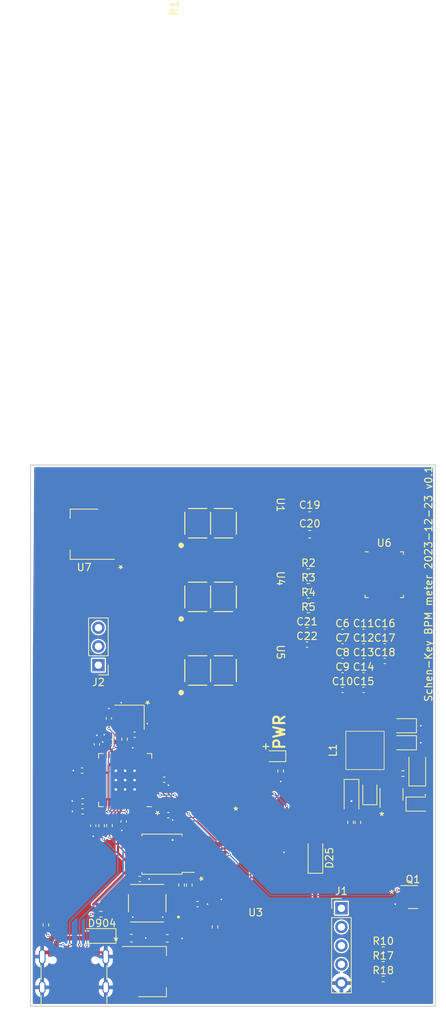
<source format=kicad_pcb>
(kicad_pcb (version 20221018) (generator pcbnew)
  (title_block (title "Schen-Key BPM meter") (date "2023-12-23") (rev "0.1"))
  (layers (0 "F.Cu" signal) (31 "B.Cu" signal) (34 "B.Paste" user) (35 "F.Paste" user) (36 "B.SilkS" user "B.Silkscreen") (37 "F.SilkS" user "F.Silkscreen") (38 "B.Mask" user) (39 "F.Mask" user) (44 "Edge.Cuts" user))
  (net 0 "")
  (net 1 "+5V")
  (net 2 "+1V1")
  (net 3 "/cpu/XIN")
  (net 4 "/cpu/USB_D+")
  (net 5 "/cpu/USB_D-")
  (net 6 "GND")
  (net 7 "/cpu/QSPI_SS")
  (net 8 "/cpu/XOUT")
  (net 9 "/cpu/QSPI_SD3")
  (net 10 "/cpu/QSPI_SCLK")
  (net 11 "/cpu/QSPI_SD0")
  (net 12 "/cpu/QSPI_SD2")
  (net 13 "/cpu/QSPI_SD1")
  (net 14 "+3V3")
  (net 15 "Net-(C910-Pad1)")
  (net 16 "Net-(D901-K)")
  (net 17 "Net-(J901-CC1)")
  (net 19 "Net-(J901-CC2)")
  (net 21 "Net-(U901-USB-DP)")
  (net 22 "Net-(U901-USB-DM)")
  (net 23 "Net-(J1-Pin_3)")
  (net 24 "beat_od")
  (net 25 "+3.3VP")
  (net 28 "Net-(SW901-A)")
  (net 29 "Net-(D904-A)")
  (net 30 "Net-(U2-BST)")
  (net 31 "Net-(D24-K)")
  (net 32 "Net-(D25-A)")
  (net 33 "Net-(U6-VCAP)")
  (net 34 "Net-(U2-EN)")
  (net 35 "Net-(U2-FB)")
  (net 36 "Net-(J2-Pin_1)")
  (net 37 "Net-(J2-Pin_2)")
  (net 38 "Net-(J2-Pin_3)")
  (net 39 "Net-(U6-IREF)")
  (net 40 "scl")
  (net 41 "sda")
  (net 42 "en")
  (net 43 "+14V")
  (net 44 "Net-(Q1-G)")
  (net 45 "Net-(J1-Pin_2)")
  (net 63 "unconnected-(U901-GPIO26{slash}ADC0-Pad38)")
  (net 64 "unconnected-(U901-GPIO27{slash}ADC1-Pad39)")
  (net 65 "unconnected-(U901-GPIO28{slash}ADC2-Pad40)")
  (net 66 "unconnected-(U901-GPIO29{slash}ADC3-Pad41)")
  (net 67 "unconnected-(U901-GPIO8-Pad11)")
  (net 68 "unconnected-(U901-GPIO9-Pad12)")
  (net 69 "unconnected-(U901-GPIO10-Pad13)")
  (net 70 "unconnected-(U901-GPIO11-Pad14)")
  (net 71 "unconnected-(U901-GPIO15-Pad18)")
  (net 74 "unconnected-(U901-GPIO18-Pad29)")
  (net 75 "unconnected-(U901-GPIO19-Pad30)")
  (net 76 "unconnected-(U901-GPIO20-Pad31)")
  (net 78 "unconnected-(U901-GPIO22-Pad34)")
  (net 79 "unconnected-(U901-GPIO23-Pad35)")
  (net 80 "Net-(R1-Pad1)")
  (net 81 "Net-(U1-A)")
  (net 82 "Net-(U1-B)")
  (net 83 "Net-(U1-C)")
  (net 84 "Net-(U1-D)")
  (net 85 "Net-(U1-E)")
  (net 86 "Net-(U1-F)")
  (net 87 "Net-(U1-G)")
  (net 88 "Net-(U1-DP)")
  (net 89 "Net-(U4-A)")
  (net 90 "Net-(U4-B)")
  (net 91 "Net-(U4-C)")
  (net 92 "Net-(U4-D)")
  (net 93 "Net-(U4-E)")
  (net 94 "Net-(U4-F)")
  (net 95 "Net-(U4-G)")
  (net 96 "Net-(U4-DP)")
  (net 97 "Net-(U5-A)")
  (net 98 "Net-(U5-B)")
  (net 99 "Net-(U5-C)")
  (net 100 "Net-(U5-D)")
  (net 101 "Net-(U5-E)")
  (net 102 "Net-(U5-F)")
  (net 103 "Net-(U5-G)")
  (net 104 "Net-(U5-DP)")
  (net 105 "Net-(J1-Pin_4)")
  (net 107 "beat_opto")
  (footprint "Resistor_SMD:R_0402_1005Metric_Pad0.72x0.64mm_HandSolder" (layer "F.Cu") (at 107.985 100.5685 90)
    (fp_text reference "R905" hide)
    (fp_text value "470R")
  )
  (footprint "00_project_library:SOT-223-3_TabPin2" (layer "F.Cu") (at 81.29 68.4)
    (fp_text reference "U7")
    (fp_text value "AMS1117-3.3")
  )
  (footprint "00_project_library:SLS0391" (layer "F.Cu") (at 98.46 66.91)
    (fp_text reference "U1")
    (fp_text value "SLS0391FR1A1GD")
  )
  (footprint "00_project_library:L_MODBUS" (layer "F.Cu") (at 119.542 97.7634 90)
    (fp_text reference "L1")
    (fp_text value "22uH")
  )
  (footprint "Resistor_SMD:R_0402_1005Metric_Pad0.72x0.64mm_HandSolder" (layer "F.Cu") (at 118.4752 107.5414 90)
    (fp_text reference "R13" hide)
    (fp_text value "10k")
  )
  (footprint "Capacitor_SMD:C_0402_1005Metric" (layer "F.Cu") (at 119.26 89.55)
    (fp_text reference "C15")
    (fp_text value "1u")
  )
  (footprint "00_project_library:LED_0603_1608Metric" (layer "F.Cu") (at 107.1976 98.5498 180)
    (fp_text reference "D901" hide)
    (fp_text value "LED GREEN")
  )
  (footprint "Diode_SMD:D_1206_3216Metric" (layer "F.Cu") (at 126.5524 100.3024 90)
    (fp_text reference "C1" hide)
    (fp_text value "4u7 50V")
  )
  (footprint "Diode_SMD:D_0805_2012Metric" (layer "F.Cu") (at 126.7038 105.0522)
    (fp_text reference "C2" hide)
    (fp_text value "100n 50V")
  )
  (footprint "Capacitor_SMD:C_0603_1608Metric" (layer "F.Cu") (at 87.6904 123.264)
    (fp_text reference "C901" hide)
    (fp_text value "10u")
  )
  (footprint "Capacitor_SMD:C_0402_1005Metric_Pad0.74x0.62mm_HandSolder" (layer "F.Cu") (at 82.5088 107.9986 -90)
    (fp_text reference "C904" hide)
    (fp_text value "100n")
  )
  (footprint "Capacitor_SMD:C_0603_1608Metric" (layer "F.Cu") (at 111.935 68.4)
    (fp_text reference "C20")
    (fp_text value "10u")
  )
  (footprint "Capacitor_SMD:C_0402_1005Metric" (layer "F.Cu") (at 119.26 83.64)
    (fp_text reference "C12")
    (fp_text value "1u")
  )
  (footprint "Resistor_SMD:R_0402_1005Metric_Pad0.72x0.64mm_HandSolder" (layer "F.Cu") (at 111.7575 77.46)
    (fp_text reference "R4")
    (fp_text value "4k7")
  )
  (footprint "Resistor_SMD:R_0402_1005Metric_Pad0.72x0.64mm_HandSolder" (layer "F.Cu") (at 121.9175 126.82)
    (fp_text reference "R17")
    (fp_text value "10k")
  )
  (footprint "Capacitor_SMD:C_0402_1005Metric_Pad0.74x0.62mm_HandSolder" (layer "F.Cu") (at 96.682 118.6412)
    (fp_text reference "C906" hide)
    (fp_text value "1u")
  )
  (footprint "Diode_SMD:D_0805_2012Metric" (layer "F.Cu") (at 120.1008 103.452 90)
    (fp_text reference "C3" hide)
    (fp_text value "100n 50V")
  )
  (footprint "00_project_library:SOP-6-2.54mm" (layer "F.Cu") (at 106.08 124.28)
    (fp_text reference "U3")
    (fp_text value "H11L1")
  )
  (footprint "Capacitor_SMD:C_0402_1005Metric_Pad0.74x0.62mm_HandSolder" (layer "F.Cu") (at 81.061 106.0428 180)
    (fp_text reference "C914" hide)
    (fp_text value "100n")
  )
  (footprint "Package_DFN_QFN:VQFN-46-1EP_5x6mm_P0.4mm_EP2.8x3.8mm" (layer "F.Cu") (at 122.06 73.9025)
    (fp_text reference "U6")
    (fp_text value "LP5030")
  )
  (footprint "Capacitor_SMD:C_0402_1005Metric_Pad0.74x0.62mm_HandSolder" (layer "F.Cu") (at 84.6424 93.419 90)
    (fp_text reference "C905" hide)
    (fp_text value "1u")
  )
  (footprint "Capacitor_SMD:C_0402_1005Metric" (layer "F.Cu") (at 122.13 85.61)
    (fp_text reference "C18")
    (fp_text value "100n")
  )
  (footprint "00_project_library:SW_TS-1187A-B-A-B" (layer "F.Cu") (at 89.8494 118.5142 180)
    (fp_text reference "SW901" hide)
    (fp_text value "SW_MEC_5E")
  )
  (footprint "Resistor_SMD:R_0402_1005Metric_Pad0.72x0.64mm_HandSolder" (layer "F.Cu") (at 121.9175 124.83)
    (fp_text reference "R10")
    (fp_text value "4k7")
  )
  (footprint "Capacitor_SMD:C_0402_1005Metric_Pad0.74x0.62mm_HandSolder" (layer "F.Cu") (at 85.125 96.6194 180)
    (fp_text reference "C908" hide)
    (fp_text value "100n")
  )
  (footprint "Resistor_SMD:R_0402_1005Metric_Pad0.72x0.64mm_HandSolder" (layer "F.Cu") (at 124.5966 100.912 180)
    (fp_text reference "R11" hide)
    (fp_text value "100k")
  )
  (footprint "00_project_library:SLS0391" (layer "F.Cu") (at 98.46 86.91)
    (fp_text reference "U5")
    (fp_text value "SLS0391FR1A1GD")
  )
  (footprint "Capacitor_SMD:C_0603_1608Metric" (layer "F.Cu") (at 111.935 65.86)
    (fp_text reference "C19")
    (fp_text value "10u")
  )
  (footprint "00_project_library:SOT-223-3_TabPin2" (layer "F.Cu") (at 90.55 127.8 180)
    (fp_text reference "U902" hide)
    (fp_text value "AMS1117-3.3")
  )
  (footprint "Capacitor_SMD:C_0402_1005Metric" (layer "F.Cu") (at 116.39 83.64)
    (fp_text reference "C7")
    (fp_text value "100n")
  )
  (footprint "Capacitor_SMD:C_0402_1005Metric_Pad0.74x0.62mm_HandSolder" (layer "F.Cu") (at 86.649 107.4144 -90)
    (fp_text reference "C903" hide)
    (fp_text value "100n")
  )
  (footprint "00_project_library:USB_C_Receptacle_Palconn_UTC16-G" (layer "F.Cu") (at 79.9 127.7)
    (fp_text reference "J901" hide)
    (fp_text value "USB_C_Receptacle_USB2.0")
  )
  (footprint "Capacitor_SMD:C_0402_1005Metric" (layer "F.Cu") (at 122.13 83.64)
    (fp_text reference "C17")
    (fp_text value "100n")
  )
  (footprint "Resistor_SMD:R_0402_1005Metric_Pad0.72x0.64mm_HandSolder" (layer "F.Cu") (at 76.0826 121.4606 90)
    (fp_text reference "R901" hide)
    (fp_text value "5.1K")
  )
  (footprint "Resistor_SMD:R_0402_1005Metric_Pad0.72x0.64mm_HandSolder" (layer "F.Cu") (at 117.4846 107.5414 90)
    (fp_text reference "R12" hide)
    (fp_text value "56k")
  )
  (footprint "Diode_SMD:D_SOD-123" (layer "F.Cu") (at 112.7094 112.088 90)
    (fp_text reference "D25")
    (fp_text value "B5819W SL")
  )
  (footprint "Resistor_SMD:R_0402_1005Metric_Pad0.72x0.64mm_HandSolder" (layer "F.Cu") (at 86.776 96.2384 90)
    (fp_text reference "R908" hide)
    (fp_text value "1k")
  )
  (footprint "Diode_SMD:D_0805_2012Metric" (layer "F.Cu") (at 124.749 96.722 180)
    (fp_text reference "C4" hide)
    (fp_text value "10u 25V")
  )
  (footprint "Resistor_SMD:R_0402_1005Metric_Pad0.72x0.64mm_HandSolder" (layer "F.Cu") (at 94.523 116.0504 90)
    (fp_text reference "R906" hide)
    (fp_text value "1K")
  )
  (footprint "Resistor_SMD:R_0402_1005Metric_Pad0.72x0.64mm_HandSolder" (layer "F.Cu") (at 99.0575 121.74 -90)
    (fp_text reference "R1")
    (fp_text value "4k7")
  )
  (footprint "Connector_PinHeader_2.54mm:PinHeader_1x05_P2.54mm_Vertical" (layer "F.Cu") (at 116.24 119.2)
    (fp_text reference "J1")
    (fp_text value "Conn_01x05_Pin")
  )
  (footprint "Resistor_SMD:R_0402_1005Metric_Pad0.72x0.64mm_HandSolder" (layer "F.Cu") (at 84.7186 107.9732 90)
    (fp_text reference "R903" hide)
    (fp_text value "27R")
  )
  (footprint "Capacitor_SMD:C_0402_1005Metric_Pad0.74x0.62mm_HandSolder" (layer "F.Cu") (at 81 100.5 180)
    (fp_text reference "C915" hide)
    (fp_text value "100n")
  )
  (footprint "Capacitor_SMD:C_0402_1005Metric_Pad0.74x0.62mm_HandSolder" (layer "F.Cu") (at 83.0168 96.9496 90)
    (fp_text reference "C907" hide)
    (fp_text value "100n")
  )
  (footprint "00_project_library:Crystal_SMD_3225-4Pin_3.2x2.5mm" (layer "F.Cu") (at 87.4364 93.2666 180)
    (fp_text reference "Y901" hide)
    (fp_text value "Crystal_GND24_Small")
  )
  (footprint "Resistor_SMD:R_0402_1005Metric_Pad0.72x0.64mm_HandSolder" (layer "F.Cu") (at 121.9175 128.81)
    (fp_text reference "R18")
    (fp_text value "10k")
  )
  (footprint "Resistor_SMD:R_0402_1005Metric_Pad0.72x0.64mm_HandSolder" (layer "F.Cu") (at 95.5644 116.0504 90)
    (fp_text reference "R907" hide)
    (fp_text value "10K")
  )
  (footprint "Capacitor_SMD:C_0402_1005Metric" (layer "F.Cu") (at 119.26 87.58)
    (fp_text reference "C14")
    (fp_text value "100n")
  )
  (footprint "Resistor_SMD:R_0402_1005Metric_Pad0.72x0.64mm_HandSolder" (layer "F.Cu") (at 111.7575 73.48)
    (fp_text reference "R2")
    (fp_text value "4k7")
  )
  (footprint "Capacitor_SMD:C_0402_1005Metric_Pad0.74x0.62mm_HandSolder" (layer "F.Cu") (at 81.061 104.6712 180)
    (fp_text reference "C913" hide)
    (fp_text value "100n")
  )
  (footprint "Package_TO_SOT_SMD:SOT-23" (layer "F.Cu") (at 125.9682 117.676)
    (fp_text reference "Q1")
    (fp_text value "AO3400A")
  )
  (footprint "Capacitor_SMD:C_0402_1005Metric" (layer "F.Cu") (at 111.5675 81.43)
    (fp_text reference "C21")
    (fp_text value "1u")
  )
  (footprint "Resistor_SMD:R_0402_1005Metric_Pad0.72x0.64mm_HandSolder" (layer "F.Cu") (at 83.6518 107.9986 90)
    (fp_text reference "R904" hide)
    (fp_text value "27R")
  )
  (footprint "00_project_library:SLS0391" (layer "F.Cu") (at 98.46 76.91)
    (fp_text reference "U4")
    (fp_text value "SLS0391FR1A1GD")
  )
  (footprint "Capacitor_SMD:C_0603_1608Metric" (layer "F.Cu") (at 92.5672 123.2894)
    (fp_text reference "C902" hide)
    (fp_text value "10u")
  )
  (footprint "Capacitor_SMD:C_0402_1005Metric" (layer "F.Cu") (at 88.1476 95.6288)
    (fp_text reference "C909" hide)
    (fp_text value "30p")
  )
  (footprint "Connector_PinHeader_2.54mm:PinHeader_1x03_P2.54mm_Vertical" (layer "F.Cu") (at 83.22 86.18 180)
    (fp_text reference "J2")
    (fp_text value "Conn_01x03_Pin")
  )
  (footprint "Capacitor_SMD:C_0402_1005Metric" (layer "F.Cu") (at 111.5675 83.4)
    (fp_text reference "C22")
    (fp_text value "1u")
  )
  (footprint "Package_TO_SOT_SMD:SOT-23-6" (layer "F.Cu") (at 123.0472 103.7324 90)
    (fp_text reference "U2" hide)
    (fp_text value "AOZ1282CI")
  )
  (footprint "Capacitor_SMD:C_0402_1005Metric" (layer "F.Cu") (at 116.39 87.58)
    (fp_text reference "C9")
    (fp_text value "100n")
  )
  (footprint "Capacitor_SMD:C_0402_1005Metric" (layer "F.Cu") (at 85.3028 95.6288 180)
    (fp_text reference "C910" hide)
    (fp_text value "30p")
  )
  (footprint "Diode_SMD:D_SOD-123" (layer "F.Cu") (at 83.2454 122.9592 180)
    (fp_text reference "D904")
    (fp_text value "B5819W SL")
  )
  (footprint "Capacitor_SMD:C_0402_1005Metric" (layer "F.Cu") (at 116.39 85.61)
    (fp_text reference "C8")
    (fp_text value "1u")
  )
  (footprint "Capacitor_SMD:C_0402_1005Metric_Pad0.74x0.62mm_HandSolder" (layer "F.Cu") (at 92.1608 101.7502)
    (fp_text reference "C911" hide)
    (fp_text value "100n")
  )
  (footprint "Diode_SMD:D_SOD-123" (layer "F.Cu") (at 117.6116 104.0626 -90)
    (fp_text reference "D24" hide)
    (fp_text value "B5819W SL")
  )
  (footprint "Resistor_SMD:R_0402_1005Metric_Pad0.72x0.64mm_HandSolder" (layer "F.Cu") (at 111.7575 79.45)
    (fp_text reference "R5")
    (fp_text value "4k7")
  )
  (footprint "Capacitor_SMD:C_0402_1005Metric" (layer "F.Cu") (at 119.26 81.67)
    (fp_text reference "C11")
    (fp_text value "1u")
  )
  (footprint "00_project_library:SOIC-8_5.23x5.23mm_P1.27mm" (layer "F.Cu") (at 91.856 111.8594 90)
    (fp_text reference "U903" hide)
    (fp_text value "W25Q128JVS")
  )
  (footprint "Capacitor_SMD:C_0402_1005Metric" (layer "F.Cu") (at 122.13 81.67)
    (fp_text reference "C16")
    (fp_text value "1u")
  )
  (footprint "Capacitor_SMD:C_0402_1005Metric_Pad0.74x0.62mm_HandSolder" (layer "F.Cu") (at 88.8247 115.2122)
    (fp_text reference "C912" hide)
    (fp_text value "100n")
  )
  (footprint "Capacitor_SMD:C_0402_1005Metric_Pad0.74x0.62mm_HandSolder" (layer "F.Cu") (at 92.7196 106.5508)
    (fp_text reference "C916" hide)
    (fp_text value "100n")
  )
  (footprint "Capacitor_SMD:C_0402_1005Metric" (layer "F.Cu") (at 119.26 85.61)
    (fp_text reference "C13")
    (fp_text value "100n")
  )
  (footprint "Resistor_SMD:R_0402_1005Metric_Pad0.72x0.64mm_HandSolder" (layer "F.Cu") (at 83.5502 120.0128)
    (fp_text reference "R902" hide)
    (fp_text value "5.1K")
  )
  (footprint "Capacitor_SMD:C_0402_1005Metric" (layer "F.Cu") (at 116.39 81.67)
    (fp_text reference "C6")
    (fp_text value "1u")
  )
  (footprint "Resistor_SMD:R_0402_1005Metric_Pad0.72x0.64mm_HandSolder" (layer "F.Cu") (at 111.7575 75.47)
    (fp_text reference "R3")
    (fp_text value "4k7")
  )
  (footprint "00_project_library:RP2040-QFN-56" (layer "F.Cu") (at 86.8572 101.796 180)
    (fp_text reference "U901" hide)
    (fp_text value "RP2040")
  )
  (footprint "Capacitor_SMD:C_0402_1005Metric" (layer "F.Cu") (at 116.39 89.55)
    (fp_text reference "C10")
    (fp_text value "100n")
  )
  (footprint "Diode_SMD:D_0805_2012Metric" (layer "F.Cu") (at 124.749 94.4106 180)
    (fp_text reference "C5" hide)
    (fp_text value "100n 50V")
  )
  (gr_rect locked (start 74 59) (end 129 132.5) (stroke (width 0.15)) (fill none) (layer "Edge.Cuts"))
  (gr_text "*" (at 121.2438 107.2874) (layer "F.SilkS") (effects (font (size 1 1)) (justify left bottom)))
  (gr_text "PWR" (at 108.6826 97.8148 90) (layer "F.SilkS") (effects (font (size 1.5 1.5) (thickness 0.3) bold) (justify left bottom)))
  (gr_text "*" (at 122.59 117.8792) (layer "F.SilkS") (effects (font (size 1 1)) (justify left bottom)))
  (gr_text "${TITLE} ${ISSUE_DATE} v${REVISION}" (at 128.6606 91.26 90) (layer "F.SilkS") (effects (font (size 1 1)) (justify left bottom)))
  (gr_text "*" (at 101.4064 106.5762) (layer "F.SilkS") (effects (font (size 1 1)) (justify left bottom)))
  (segment (start 113.1158 97.8296) (end 113.1158 101.1242) (width 0.15) (layer "F.Cu") (net 0))
  (segment (start 111.151 107.389) (end 113.1158 105.4242) (width 0.15) (layer "F.Cu") (net 0))
  (segment (start 99.9332 114.6281) (end 99.9332 115.9863) (width 0.15) (layer "F.Cu") (net 0))
  (segment (start 103.921 113.2056) (end 106.9182 110.2084) (width 0.15) (layer "F.Cu") (net 0))
  (segment (start 108.809 107.389) (end 111.151 107.389) (width 0.15) (layer "F.Cu") (net 0))
  (segment (start 106.9182 110.2084) (end 106.9182 108.659) (width 0.15) (layer "F.Cu") (net 0))
  (segment (start 110.389 101.1242) (end 113.1158 101.1242) (width 0.15) (layer "F.Cu") (net 0))
  (segment (start 111.151 113.1384) (end 111.151 107.389) (width 0.15) (layer "F.Cu") (net 0))
  (segment (start 108.809 108.659) (end 106.9182 108.659) (width 0.15) (layer "F.Cu") (net 0))
  (segment (start 103.921 118.248) (end 103.921 113.2056) (width 0.15) (layer "F.Cu") (net 0))
  (segment (start 106.9182 104.595) (end 110.389 101.1242) (width 0.15) (layer "F.Cu") (net 0))
  (segment (start 106.9182 108.659) (end 106.9182 104.595) (width 0.15) (layer "F.Cu") (net 0))
  (segment (start 90.4844 130.0966) (end 87.4034 130.0966) (width 0.6) (layer "F.Cu") (net 1))
  (segment (start 91.0178 130.63) (end 90.4844 130.0966) (width 0.6) (layer "F.Cu") (net 1))
  (segment (start 111.795 130.63) (end 91.0178 130.63) (width 0.6) (layer "F.Cu") (net 1))
  (segment (start 87.4 130.1) (end 86.5 130.1) (width 0.6) (layer "F.Cu") (net 1))
  (segment (start 85.506 123.6958) (end 85.9378 123.264) (width 0.6) (layer "F.Cu") (net 1))
  (segment (start 85.9378 123.264) (end 85.2002 123.264) (width 0.6) (layer "F.Cu") (net 1))
  (segment (start 112.684 113.7634) (end 112.684 129.741) (width 0.6) (layer "F.Cu") (net 1))
  (segment (start 85.506 129.106) (end 85.506 123.6958) (width 0.6) (layer "F.Cu") (net 1))
  (segment (start 85.9378 123.264) (end 86.9154 123.264) (width 0.6) (layer "F.Cu") (net 1))
  (segment (start 86.5 130.1) (end 85.506 129.106) (width 0.6) (layer "F.Cu") (net 1))
  (segment (start 85.2002 123.264) (end 84.8954 122.9592) (width 0.6) (layer "F.Cu") (net 1))
  (segment (start 112.684 129.741) (end 111.795 130.63) (width 0.6) (layer "F.Cu") (net 1))
  (segment (start 83.1184 106.0682) (end 84.5662 106.0682) (width 0.15) (layer "F.Cu") (net 2))
  (segment (start 85.0572 105.660522) (end 85.0572 105.2335) (width 0.15) (layer "F.Cu") (net 2))
  (segment (start 87.0572 105.2335) (end 87.0572 106.041) (width 0.15) (layer "F.Cu") (net 2))
  (segment (start 84.6424 93.9865) (end 84.6424 94.7906) (width 0.15) (layer "F.Cu") (net 2))
  (segment (start 82.5088 107.4311) (end 82.5088 106.6778) (width 0.15) (layer "F.Cu") (net 2))
  (segment (start 86.2572 97.904) (end 86.2572 98.3585) (width 0.15) (layer "F.Cu") (net 2))
  (segment (start 84.624122 106.0936) (end 85.0572 105.660522) (width 0.15) (layer "F.Cu") (net 2))
  (segment (start 84.5916 106.0936) (end 84.5662 106.0682) (width 0.15) (layer "F.Cu") (net 2))
  (segment (start 84.624122 106.0936) (end 84.5916 106.0936) (width 0.15) (layer "F.Cu") (net 2))
  (segment (start 87.03 106.0682) (end 87.0572 106.0954) (width 0.15) (layer "F.Cu") (net 2))
  (segment (start 87.0572 106.0954) (end 87.0572 106.4387) (width 0.15) (layer "F.Cu") (net 2))
  (segment (start 85.7092 97.356) (end 86.2572 97.904) (width 0.15) (layer "F.Cu") (net 2))
  (segment (start 87.0572 106.4387) (end 86.649 106.8469) (width 0.15) (layer "F.Cu") (net 2))
  (segment (start 85.3536 97.356) (end 85.7092 97.356) (width 0.15) (layer "F.Cu") (net 2))
  (segment (start 82.5088 106.6778) (end 83.1184 106.0682) (width 0.15) (layer "F.Cu") (net 2))
  (segment (start 87.0572 106.041) (end 87.03 106.0682) (width 0.15) (layer "F.Cu") (net 2))
  (via (at 87.03 106.0682) (size 0.4) (drill 0.2) (layers "F.Cu" "B.Cu") (net 2))
  (via (at 85.3536 97.356) (size 0.4) (drill 0.2) (layers "F.Cu" "B.Cu") (net 2))
  (via (at 84.5662 106.0682) (size 0.4) (drill 0.2) (layers "F.Cu" "B.Cu") (net 2))
  (via (at 84.6424 94.7906) (size 0.4) (drill 0.2) (layers "F.Cu" "B.Cu") (net 2))
  (segment (start 85.3536 97.356) (end 84.5662 98.1434) (width 0.15) (layer "B.Cu") (net 2))
  (segment (start 84.5662 106.0682) (end 87.03 106.0682) (width 0.15) (layer "B.Cu") (net 2))
  (segment (start 85.3536 95.5018) (end 85.3536 97.356) (width 0.15) (layer "B.Cu") (net 2))
  (segment (start 84.6424 94.7906) (end 85.3536 95.5018) (width 0.15) (layer "B.Cu") (net 2))
  (segment (start 84.5662 98.1434) (end 84.5662 106.0682) (width 0.15) (layer "B.Cu") (net 2))
  (segment (start 88.3118 92.4166) (end 87.4364 93.292) (width 0.15) (layer "F.Cu") (net 3))
  (segment (start 87.4364 93.292) (end 87.4364 98.3377) (width 0.15) (layer "F.Cu") (net 3))
  (segment (start 79.8164 126.3628) (end 80.4768 126.3628) (width 0.2) (layer "F.Cu") (net 4))
  (segment (start 80.65 126.1896) (end 80.65 125.19) (width 0.2) (layer "F.Cu") (net 4))
  (segment (start 84.7186 108.5707) (end 84.7186 109.5226) (width 0.2) (layer "F.Cu") (net 4))
  (segment (start 80.65 125.19) (end 80.65 124.1576) (width 0.2) (layer "F.Cu") (net 4))
  (segment (start 79.65 125.19) (end 79.65 126.1964) (width 0.2) (layer "F.Cu") (net 4))
  (segment (start 84.7186 109.5226) (end 84.744 109.548) (width 0.2) (layer "F.Cu") (net 4))
  (segment (start 80.4768 126.3628) (end 80.65 126.1896) (width 0.2) (layer "F.Cu") (net 4))
  (segment (start 79.65 126.1964) (end 79.8164 126.3628) (width 0.2) (layer "F.Cu") (net 4))
  (segment (start 80.65 124.1576) (end 80.6546 124.153) (width 0.2) (layer "F.Cu") (net 4))
  (via (at 80.6546 124.153) (size 0.4) (drill 0.2) (layers "F.Cu" "B.Cu") (net 4))
  (via (at 84.744 109.548) (size 0.4) (drill 0.2) (layers "F.Cu" "B.Cu") (net 4))
  (segment (start 86.5728 111.3768) (end 86.5728 114.8312) (width 0.2) (layer "B.Cu") (net 4))
  (segment (start 86.5728 114.8312) (end 80.6546 120.7494) (width 0.2) (layer "B.Cu") (net 4))
  (segment (start 80.6546 120.7494) (end 80.6546 124.153) (width 0.2) (layer "B.Cu") (net 4))
  (segment (start 84.744 109.548) (end 86.5728 111.3768) (width 0.2) (layer "B.Cu") (net 4))
  (segment (start 79.3084 124.1276) (end 79.9688 124.1276) (width 0.2) (layer "F.Cu") (net 5))
  (segment (start 83.6518 109.5734) (end 83.8804 109.802) (width 0.2) (layer "F.Cu") (net 5))
  (segment (start 79.15 124.286) (end 79.3084 124.1276) (width 0.2) (layer "F.Cu") (net 5))
  (segment (start 79.15 125.19) (end 79.15 124.286) (width 0.2) (layer "F.Cu") (net 5))
  (segment (start 79.9688 124.1276) (end 80.15 124.3088) (width 0.2) (layer "F.Cu") (net 5))
  (segment (start 80.15 124.3088) (end 80.15 125.19) (width 0.2) (layer "F.Cu") (net 5))
  (segment (start 83.6518 108.5961) (end 83.6518 109.5734) (width 0.2) (layer "F.Cu") (net 5))
  (via (at 83.8804 109.802) (size 0.4) (drill 0.2) (layers "F.Cu" "B.Cu") (net 5))
  (via (at 79.3084 124.1276) (size 0.4) (drill 0.2) (layers "F.Cu" "B.Cu") (net 5))
  (segment (start 79.3084 121.0288) (end 79.3084 124.1276) (width 0.2) (layer "B.Cu") (net 5))
  (segment (start 85.8616 114.4756) (end 79.3084 121.0288) (width 0.2) (layer "B.Cu") (net 5))
  (segment (start 83.8804 109.802) (end 85.8616 111.7832) (width 0.2) (layer "B.Cu") (net 5))
  (segment (start 85.8616 111.7832) (end 85.8616 114.4756) (width 0.2) (layer "B.Cu") (net 5))
  (segment (start 84.22 127.836) (end 75.58 127.836) (width 0.3) (layer "F.Cu") (net 6))
  (segment (start 86.3364 91.303) (end 86.3188 91.2854) (width 0.3) (layer "F.Cu") (net 6))
  (segment (start 127.035 98.4198) (end 127.035 96.723) (width 0.3) (layer "F.Cu") (net 6))
  (segment (start 83.1 125.19) (end 83.64 125.19) (width 0.3) (layer "F.Cu") (net 6))
  (segment (start 84.1477 120.0128) (end 86.473 120.0128) (width 0.3) (layer "F.Cu") (net 6))
  (segment (start 117.6116 105.7126) (end 117.6116 104.6458) (width 0.3) (layer "F.Cu") (net 6))
  (segment (start 86.3364 92.4166) (end 86.3364 91.303) (width 0.3) (layer "F.Cu") (net 6))
  (segment (start 83.0168 96.3821) (end 83.0168 95.705) (width 0.3) (layer "F.Cu") (net 6))
  (segment (start 99.9332 117.1813) (end 99.9332 118.0062) (width 0.3) (layer "F.Cu") (net 6))
  (segment (start 84.6424 92.8515) (end 84.6424 92.0728) (width 0.3) (layer "F.Cu") (net 6))
  (segment (start 87.8572 97.4432) (end 87.8936 97.4068) (width 0.3) (layer "F.Cu") (net 6))
  (segment (start 127.035 94.4096) (end 127.034 94.4106) (width 0.3) (layer "F.Cu") (net 6))
  (segment (start 95.456 109.9544) (end 93.3292 109.9544) (width 0.3) (layer "F.Cu") (net 6))
  (segment (start 92.7283 102.4781) (end 92.7196 102.4868) (width 0.3) (layer "F.Cu") (net 6))
  (segment (start 75.58 129.94) (end 84.22 129.94) (width 0.3) (layer "F.Cu") (net 6))
  (segment (start 84.8228 95.6288) (end 84.0074 95.6288) (width 0.3) (layer "F.Cu") (net 6))
  (segment (start 79.6894 104.6712) (end 79.664 104.6458) (width 0.3) (layer "F.Cu") (net 6))
  (segment (start 94.5738 123.2894) (end 93.3422 123.2894) (width 0.3) (layer "F.Cu") (net 6))
  (segment (start 87.889 120.3892) (end 87.8936 120.3938) (width 0.3) (layer "F.Cu") (net 6))
  (segment (start 76.16 125.19) (end 75.58 125.77) (width 0.3) (layer "F.Cu") (net 6))
  (segment (start 75.58 129.94) (end 75.58 127.6128) (width 0.3) (layer "F.Cu") (net 6))
  (segment (start 126.5524 98.9024) (end 127.035 98.4198) (width 0.3) (layer "F.Cu") (net 6))
  (segment (start 76.7 125.19) (end 76.16 125.19) (width 0.3) (layer "F.Cu") (net 6))
  (segment (start 92.7283 101.7502) (end 92.7283 102.4781) (width 0.3) (layer "F.Cu") (net 6))
  (segment (start 80.4935 104.6712) (end 79.6894 104.6712) (width 0.3) (layer "F.Cu") (net 6))
  (segment (start 82.5088 108.5661) (end 82.5088 109.421) (width 0.3) (layer "F.Cu") (net 6))
  (segment (start 88.5364 94.1166) (end 89.8358 94.1166) (width 0.3) (layer "F.Cu") (net 6))
  (segment (start 86.649 108.3796) (end 86.395 108.6336) (width 0.3) (layer "F.Cu") (net 6))
  (segment (start 125.6865 96.722) (end 127.034 96.722) (width 0.3) (layer "F.Cu") (net 6))
  (segment (start 86.8494 120.3892) (end 87.889 120.3892) (width 0.3) (layer "F.Cu") (net 6))
  (segment (start 92.8494 120.3892) (end 91.9622 120.3892) (width 0.3) (layer "F.Cu") (net 6))
  (segment (start 84.22 125.77) (end 84.22 127.836) (width 0.3) (layer "F.Cu") (net 6))
  (segment (start 80.4325 100.5) (end 79.8 100.5) (width 0.3) (layer "F.Cu") (net 6))
  (segment (start 125.6865 94.4106) (end 127.034 94.4106) (width 0.3) (layer "F.Cu") (net 6))
  (segment (start 123.5704 118.626) (end 123.5552 118.6412) (width 0.3) (layer "F.Cu") (net 6))
  (segment (start 106.6896 113.358) (end 108.4422 111.6054) (width 0.3) (layer "F.Cu") (net 6))
  (segment (start 127.6446 103.8076) (end 127.6413 103.8109) (width 0.3) (layer "F.Cu") (net 6))
  (segment (start 84.5575 96.6194) (end 83.8042 96.6194) (width 0.3) (layer "F.Cu") (net 6))
  (segment (start 86.649 107.9819) (end 86.649 108.3796) (width 0.3) (layer "F.Cu") (net 6))
  (segment (start 127.035 96.723) (end 127.034 96.722) (width 0.3) (layer "F.Cu") (net 6))
  (segment (start 127.034 94.4106) (end 127.034 96.722) (width 0.3) (layer "F.Cu") (net 6))
  (segment (start 83.64 125.19) (end 84.22 125.77) (width 0.3) (layer "F.Cu") (net 6))
  (segment (start 107.985 101.166) (end 107.985 101.9788) (width 0.3) (layer "F.Cu") (net 6))
  (segment (start 125.0307 118.626) (end 123.5704 118.626) (width 0.3) (layer "F.Cu") (net 6))
  (segment (start 89.6462 123.2386) (end 88.4908 123.2386) (width 0.3) (layer "F.Cu") (net 6))
  (segment (start 84.22 129.94) (end 84.22 125.77) (width 0.3) (layer "F.Cu") (net 6))
  (segment (start 97.2495 118.6412) (end 98.0536 118.6412) (width 0.3) (layer "F.Cu") (net 6))
  (segment (start 89.8358 94.1166) (end 89.8494 94.1302) (width 0.3) (layer "F.Cu") (net 6))
  (segment (start 93.3038 107.2112) (end 93.3038 106.5675) (width 0.3) (layer "F.Cu") (net 6))
  (segment (start 127.6413 105.0522) (end 127.6413 103.8109) (width 0.3) (layer "F.Cu") (net 6))
  (segment (start 86.473 120.0128) (end 86.8494 120.3892) (width 0.3) (layer "F.Cu") (net 6))
  (segment (start 91.9622 120.3892) (end 91.9576 120.3938) (width 0.3) (layer "F.Cu") (net 6))
  (segment (start 87.8572 98.3585) (end 87.8572 97.4432) (width 0.3) (layer "F.Cu") (net 6))
  (segment (start 127.035 96.721) (end 127.034 96.722) (width 0.3) (layer "F.Cu") (net 6))
  (segment (start 80.4935 106.0428) (end 79.6894 106.0428) (width 0.3) (layer "F.Cu") (net 6))
  (segment (start 93.3292 109.9544) (end 93.3038 109.929) (width 0.3) (layer "F.Cu") (net 6))
  (segment (start 89.3922 115.2122) (end 90.1034 115.2122) (width 0.3) (layer "F.Cu") (net 6))
  (segment (start 75.58 127.836) (end 75.58 127.6128) (width 0.3) (layer "F.Cu") (net 6))
  (segment (start 75.58 127.6128) (end 75.58 125.77) (width 0.3) (layer "F.Cu") (net 6))
  (via (at 123.5552 118.6412) (size 0.4) (drill 0.2) (layers "F.Cu" "B.Cu") (net 6))
  (via (at 108.4422 111.6054) (size 0.4) (drill 0.2) (layers "F.Cu" "B.Cu") (net 6))
  (via (at 87.8936 120.3938) (size 0.4) (drill 0.2) (layers "F.Cu" "B.Cu") (net 6))
  (via (at 86.3188 91.2854) (size 0.4) (drill 0.2) (layers "F.Cu" "B.Cu") (net 6))
  (via (at 79.6894 106.0428) (size 0.4) (drill 0.2) (layers "F.Cu" "B.Cu") (net 6))
  (via (at 117.6116 104.6458) (size 0.508) (drill 0.254) (layers "F.Cu" "B.Cu") (net 6))
  (via (at 79.664 104.6458) (size 0.4) (drill 0.2) (layers "F.Cu" "B.Cu") (net 6))
  (via (at 93.3038 109.929) (size 0.508) (drill 0.254) (layers "F.Cu" "B.Cu") (net 6))
  (via (at 84.0074 95.6288) (size 0.4) (drill 0.2) (layers "F.Cu" "B.Cu") (net 6))
  (via (at 91.9576 120.3938) (size 0.4) (drill 0.2) (layers "F.Cu" "B.Cu") (net 6))
  (via (at 127.6413 103.8109) (size 0.4) (drill 0.2) (layers "F.Cu" "B.Cu") (net 6))
  (via (at 83.0168 95.705) (size 0.4) (drill 0.2) (layers "F.Cu" "B.Cu") (net 6))
  (via (at 107.985 101.9788) (size 0.4) (drill 0.2) (layers "F.Cu" "B.Cu") (net 6))
  (via (at 83.8042 96.6194) (size 0.4) (drill 0.2) (layers "F.Cu" "B.Cu") (net 6))
  (via (at 84.6424 92.0728) (size 0.4) (drill 0.2) (layers "F.Cu" "B.Cu") (net 6))
  (via (at 127.035 94.4096) (size 0.4) (drill 0.2) (layers "F.Cu" "B.Cu") (net 6))
  (via (at 127.034 96.722) (size 0.4) (drill 0.2) (layers "F.Cu" "B.Cu") (net 6))
  (via (at 82.5088 109.421) (size 0.4) (drill 0.2) (layers "F.Cu" "B.Cu") (net 6))
  (via (at 87.8936 97.4068) (size 0.4) (drill 0.2) (layers "F.Cu" "B.Cu") (net 6))
  (via (at 79.8 100.5) (size 0.4) (drill 0.2) (layers "F.Cu" "B.Cu") (net 6))
  (via (at 94.5738 123.2894) (size 0.4) (drill 0.2) (layers "F.Cu" "B.Cu") (net 6))
  (via (at 90.1034 115.2122) (size 0.4) (drill 0.2) (layers "F.Cu" "B.Cu") (net 6))
  (via (at 86.395 108.6336) (size 0.4) (drill 0.2) (layers "F.Cu" "B.Cu") (net 6))
  (via (at 99.9332 118.0062) (size 0.4) (drill 0.2) (layers "F.Cu" "B.Cu") (net 6))
  (via (at 89.8494 94.1302) (size 0.4) (drill 0.2) (layers "F.Cu" "B.Cu") (net 6))
  (via (at 89.6462 123.2386) (size 0.4) (drill 0.2) (layers "F.Cu" "B.Cu") (net 6))
  (via (at 93.3038 107.2112) (size 0.4) (drill 0.2) (layers "F.Cu" "B.Cu") (net 6))
  (via (at 92.7196 102.4868) (size 0.4) (drill 0.2) (layers "F.Cu" "B.Cu") (net 6))
  (via (at 98.0536 118.6412) (size 0.4) (drill 0.2) (layers "F.Cu" "B.Cu") (net 6))
  (segment (start 92.0084 107.9224) (end 89.4572 105.3712) (width 0.15) (layer "F.Cu") (net 7))
  (segment (start 97.8758 112.4436) (end 97.8758 109.5226) (width 0.15) (layer "F.Cu") (net 7))
  (segment (start 97.8758 109.5226) (end 96.2756 107.9224) (width 0.15) (layer "F.Cu") (net 7))
  (segment (start 96.555 113.7644) (end 97.8758 112.4436) (width 0.15) (layer "F.Cu") (net 7))
  (segment (start 94.523 115.4529) (end 95.5644 115.4529) (width 0.15) (layer "F.Cu") (net 7))
  (segment (start 95.5644 115.4529) (end 95.5644 113.8728) (width 0.15) (layer "F.Cu") (net 7))
  (segment (start 95.456 113.7644) (end 96.555 113.7644) (width 0.15) (layer "F.Cu") (net 7))
  (segment (start 96.2756 107.9224) (end 92.0084 107.9224) (width 0.15) (layer "F.Cu") (net 7))
  (segment (start 87.0572 97.1171) (end 86.776 96.8359) (width 0.15) (layer "F.Cu") (net 8))
  (segment (start 87.0572 98.3585) (end 87.0572 97.1171) (width 0.15) (layer "F.Cu") (net 8))
  (segment (start 87.4572 105.2335) (end 87.4572 108.2318) (width 0.15) (layer "F.Cu") (net 9))
  (segment (start 87.4572 108.2318) (end 86.4458 109.2432) (width 0.15) (layer "F.Cu") (net 9))
  (segment (start 86.4458 109.2432) (end 86.4458 111.2752) (width 0.15) (layer "F.Cu") (net 9))
  (segment (start 86.4458 111.2752) (end 87.665 112.4944) (width 0.15) (layer "F.Cu") (net 9))
  (segment (start 87.03 109.3956) (end 87.03 110.7164) (width 0.15) (layer "F.Cu") (net 10))
  (segment (start 87.03 110.7164) (end 87.538 111.2244) (width 0.15) (layer "F.Cu") (net 10))
  (segment (start 87.8572 108.5684) (end 87.03 109.3956) (width 0.15) (layer "F.Cu") (net 10))
  (segment (start 87.8572 105.2335) (end 87.8572 108.5684) (width 0.15) (layer "F.Cu") (net 10))
  (segment (start 88.2492 107.3382) (end 88.2572 107.3302) (width 0.15) (layer "F.Cu") (net 11))
  (segment (start 88.2572 107.3302) (end 88.2572 105.2335) (width 0.15) (layer "F.Cu") (net 11))
  (segment (start 88.256 109.9544) (end 88.256 107.345) (width 0.15) (layer "F.Cu") (net 11))
  (segment (start 88.256 107.345) (end 88.2492 107.3382) (width 0.15) (layer "F.Cu") (net 11))
  (segment (start 88.6572 105.2335) (end 88.6572 106.9842) (width 0.15) (layer "F.Cu") (net 12))
  (segment (start 92.8974 111.2244) (end 95.456 111.2244) (width 0.15) (layer "F.Cu") (net 12))
  (segment (start 88.6572 106.9842) (end 92.8974 111.2244) (width 0.15) (layer "F.Cu") (net 12))
  (segment (start 97.063 109.675) (end 97.063 111.8086) (width 0.15) (layer "F.Cu") (net 13))
  (segment (start 89.0572 105.2335) (end 89.0572 105.8856) (width 0.15) (layer "F.Cu") (net 13))
  (segment (start 97.063 111.8086) (end 96.3772 112.4944) (width 0.15) (layer "F.Cu") (net 13))
  (segment (start 96.3772 112.4944) (end 95.456 112.4944) (width 0.15) (layer "F.Cu") (net 13))
  (segment (start 91.7798 108.6082) (end 95.9962 108.6082) (width 0.15) (layer "F.Cu") (net 13))
  (segment (start 95.9962 108.6082) (end 97.063 109.675) (width 0.15) (layer "F.Cu") (net 13))
  (segment (start 89.0572 105.8856) (end 91.7798 108.6082) (width 0.15) (layer "F.Cu") (net 13))
  (segment (start 83.4197 100.796) (end 84.5806 100.796) (width 0.3) (layer "F.Cu") (net 14))
  (segment (start 86.2572 105.2335) (end 86.268 105.2227) (width 0.3) (layer "F.Cu") (net 14))
  (segment (start 86.6908 99.3626) (end 85.0742 99.3626) (width 0.3) (layer "F.Cu") (net 14))
  (segment (start 85.0742 99.3626) (end 85.0572 99.3796) (width 0.3) (layer "F.Cu") (net 14))
  (segment (start 89.5446 104.3918) (end 84.6466 104.3918) (width 0.3) (layer "F.Cu") (net 14))
  (segment (start 84.5806 100.796) (end 84.5916 100.785) (width 0.3) (layer "F.Cu") (net 14))
  (segment (start 85.0572 99.3796) (end 85.0572 98.3585) (width 0.3) (layer "F.Cu") (net 14))
  (segment (start 86.97925 112.77385) (end 86.97925 113.7644) (width 0.3) (layer "F.Cu") (net 14))
  (segment (start 90.2735 104.4172) (end 89.57 104.4172) (width 0.3) (layer "F.Cu") (net 14))
  (segment (start 84.2572 105.2335) (end 84.2572 104.4002) (width 0.3) (layer "F.Cu") (net 14))
  (segment (start 83.4197 104.396) (end 81.9037 104.396) (width 0.3) (layer "F.Cu") (net 14))
  (segment (start 90.2947 104.396) (end 92.1521 106.2534) (width 0.3) (layer "F.Cu") (net 14))
  (segment (start 84.2572 105.2335) (end 83.0133 105.2335) (width 0.3) (layer "F.Cu") (net 14))
  (segment (start 84.5806 104.3342) (end 84.6424 104.396) (width 0.3) (layer "F.Cu") (net 14))
  (segment (start 95.539 118.6666) (end 95.5644 118.6412) (width 0.3) (layer "F.Cu") (net 14))
  (segment (start 86.6572 105.2335) (end 86.2572 105.2335) (width 0.3) (layer "F.Cu") (net 14))
  (segment (start 97.6847 116.6479) (end 95.5644 116.6479) (width 0.3) (layer "F.Cu") (net 14))
  (segment (start 91.7922 123.2894) (end 91.7922 127.8) (width 0.3) (layer "F.Cu") (net 14))
  (segment (start 105.9784 103.6552) (end 104.2094 103.6552) (width 0.3) (layer "F.Cu") (net 14))
  (segment (start 89.2144 99.3626) (end 86.6908 99.3626) (width 0.3) (layer "F.Cu") (net 14))
  (segment (start 86.2572 105.2335) (end 86.2572 106.0028) (width 0.3) (layer "F.Cu") (net 14))
  (segment (start 91.4098 100.796) (end 91.5933 100.9795) (width 0.3) (layer "F.Cu") (net 14))
  (segment (start 84.5916 100.785) (end 84.5916 99.8198) (width 0.3) (layer "F.Cu") (net 14))
  (segment (start 107.1214 103.6552) (end 105.9784 103.6552) (width 0.3) (layer "F.Cu") (net 14))
  (segment (start 81.8635 100.796) (end 81.5675 100.5) (width 0.3) (layer "F.Cu") (net 14))
  (segment (start 82.5089 118.6666) (end 91.7544 118.6666) (width 0.3) (layer "F.Cu") (net 14))
  (segment (start 82.204 106.0428) (end 81.6285 106.0428) (width 0.3) (layer "F.Cu") (net 14))
  (segment (start 88.256 113.7644) (end 88.256 115.211) (width 0.3) (layer "F.Cu") (net 14))
  (segment (start 86.97925 113.7644) (end 86.97925 114.19625) (width 0.3) (layer "F.Cu") (net 14))
  (segment (start 104.9624 111.072) (end 100.0348 111.072) (width 0.3) (layer "F.Cu") (net 14))
  (segment (start 90.2947 100.796) (end 89.2762 100.796) (width 0.3) (layer "F.Cu") (net 14))
  (segment (start 89.2762 100.796) (end 89.2144 100.7342) (width 0.3) (layer "F.Cu") (net 14))
  (segment (start 84.8202 97.5592) (end 83.0589 97.5592) (width 0.3) (layer "F.Cu") (net 14))
  (segment (start 85.0572 98.3585) (end 85.0572 97.7962) (width 0.3) (layer "F.Cu") (net 14))
  (segment (start 91.7798 123.2894) (end 90.6622 122.1718) (width 0.3) (layer "F.Cu") (net 14))
  (segment (start 88.256 113.7644) (end 86.97925 113.7644) (width 0.3) (layer "F.Cu") (net 14))
  (segment (start 82.5089 118.6666) (end 86.97925 114.19625) (width 0.3) (layer "F.Cu") (net 14))
  (segment (start 90.6622 122.1718) (end 90.6622 118.6666) (width 0.3) (layer "F.Cu") (net 14))
  (segment (start 84.5806 100.796) (end 84.5806 104.3342) (width 0.3) (layer "F.Cu") (net 14))
  (segment (start 104.2094 98.5752) (end 106.3847 98.5752) (width 0.3) (layer "F.Cu") (net 14))
  (segment (start 83.4197 100.796) (end 81.8635 100.796) (width 0.3) (layer "F.Cu") (net 14))
  (segment (start 90.2947 100.796) (end 91.4098 100.796) (width 0.3) (layer "F.Cu") (net 14))
  (segment (start 85.887 111.6816) (end 86.97925 112.77385) (width 0.3) (layer "F.Cu") (net 14))
  (segment (start 81.9037 104.396) (end 81.6285 104.6712) (width 0.3) (layer "F.Cu") (net 14))
  (segment (start 95.5644 118.6412) (end 95.5644 116.6479) (width 0.3) (layer "F.Cu") (net 14))
  (segment (start 85.887 106.373) (end 85.887 111.6816) (width 0.3) (layer "F.Cu") (net 14))
  (segment (start 91.7922 127.8) (end 93.7 127.8) (width 0.3) (layer "F.Cu") (net 14))
  (segment (start 91.5933 100.9795) (end 91.5933 101.7502) (width 0.3) (layer "F.Cu") (net 14))
  (segment (start 104.2094 103.6552) (end 104.2094 85.8752) (width 0.3) (layer "F.Cu") (net 14))
  (segment (start 83.0133 105.2335) (end 82.204 106.0428) (width 0.3) (layer "F.Cu") (net 14))
  (segment (start 84.617 99.8198) (end 85.0572 99.3796) (width 0.3) (layer "F.Cu") (net 14))
  (segment (start 100.0348 111.072) (end 98.587 112.5198) (width 0.3) (layer "F.Cu") (net 14))
  (segment (start 86.268 105.2227) (end 86.268 104.3918) (width 0.3) (layer "F.Cu") (net 14))
  (segment (start 94.8024 118.6666) (end 96.0891 118.6666) (width 0.3) (layer "F.Cu") (net 14))
  (segment (start 83.4197 104.396) (end 84.2614 104.396) (width 0.3) (layer "F.Cu") (net 14))
  (segment (start 92.1521 106.2534) (end 92.1521 106.5508) (width 0.3) (layer "F.Cu") (net 14))
  (segment (start 84.2572 104.4002) (end 84.2614 104.396) (width 0.3) (layer "F.Cu") (net 14))
  (segment (start 89.57 104.4172) (end 89.5446 104.3918) (width 0.3) (layer "F.Cu") (net 14))
  (segment (start 87.4 127.8) (end 91.7922 127.8) (width 0.3) (layer "F.Cu") (net 14))
  (segment (start 98.587 112.5198) (end 98.587 115.7456) (width 0.3) (layer "F.Cu") (net 14))
  (segment (start 84.5916 99.8198) (end 84.617 99.8198) (width 0.3) (layer "F.Cu") (net 14))
  (segment (start 84.6572 105.2335) (end 84.6572 104.4108) (width 0.3) (layer "F.Cu") (net 14))
  (segment (start 84.2614 104.396) (end 84.6424 104.396) (width 0.3) (layer "F.Cu") (net 14))
  (segment (start 98.587 115.7456) (end 97.6847 116.6479) (width 0.3) (layer "F.Cu") (net 14))
  (segment (start 84.6466 104.3918) (end 84.6424 104.396) (width 0.3) (layer "F.Cu") (net 14))
  (segment (start 84.6572 104.4108) (end 84.6424 104.396) (width 0.3) (layer "F.Cu") (net 14))
  (segment (start 94.8024 118.6666) (end 95.539 118.6666) (width 0.3) (layer "F.Cu") (net 14))
  (segment (start 108.809 105.3316) (end 108.809 106.119) (width 0.3) (layer "F.Cu") (net 14))
  (segment (start 85.0572 97.7962) (end 84.8202 97.5592) (width 0.3) (layer "F.Cu") (net 14))
  (segment (start 90.6622 118.6666) (end 91.7544 118.6666) (width 0.3) (layer "F.Cu") (net 14))
  (segment (start 105.9784 110.056) (end 105.9784 103.6552) (width 0.3) (layer "F.Cu") (net 14))
  (segment (start 86.6572 98.3585) (end 86.6572 99.329) (width 0.3) (layer "F.Cu") (net 14))
  (segment (start 105.9784 110.056) (end 104.9624 111.072) (width 0.3) (layer "F.Cu") (net 14))
  (segment (start 91.7544 118.6666) (end 94.8024 118.6666) (width 0.3) (layer "F.Cu") (net 14))
  (segment (start 86.2572 106.0028) (end 85.887 106.373) (width 0.3) (layer "F.Cu") (net 14))
  (segment (start 89.2144 100.7342) (end 89.2144 99.3626) (width 0.3) (layer "F.Cu") (net 14))
  (via (at 107.1214 103.6552) (size 0.4) (drill 0.2) (layers "F.Cu" "B.Cu") (net 14))
  (via (at 108.809 105.3316) (size 0.4) (drill 0.2) (layers "F.Cu" "B.Cu") (net 14))
  (segment (start 108.809 105.3316) (end 107.1326 103.6552) (width 0.3) (layer "B.Cu") (net 14))
  (segment (start 107.1326 103.6552) (end 107.1214 103.6552) (width 0.3) (layer "B.Cu") (net 14))
  (segment (start 86.776 94.5562) (end 86.776 95.6409) (width 0.15) (layer "F.Cu") (net 15))
  (segment (start 85.7828 95.6288) (end 86.7639 95.6288) (width 0.15) (layer "F.Cu") (net 15))
  (segment (start 107.9851 98.5498) (end 107.9851 99.9709) (width 0.15) (layer "F.Cu") (net 16))
  (segment (start 76.0826 122.5782) (end 76.362 122.8576) (width 0.15) (layer "F.Cu") (net 17))
  (segment (start 78.65 125.19) (end 78.65 124.409) (width 0.15) (layer "F.Cu") (net 17))
  (segment (start 76.0826 122.0581) (end 76.0826 122.5782) (width 0.15) (layer "F.Cu") (net 17))
  (segment (start 78.65 124.409) (end 78.394 124.153) (width 0.15) (layer "F.Cu") (net 17))
  (via (at 76.362 122.8576) (size 0.4) (drill 0.2) (layers "F.Cu" "B.Cu") (net 17))
  (via (at 78.394 124.153) (size 0.4) (drill 0.2) (layers "F.Cu" "B.Cu") (net 17))
  (segment (start 77.6574 124.153) (end 78.394 124.153) (width 0.15) (layer "B.Cu") (net 17))
  (segment (start 76.362 122.8576) (end 77.6574 124.153) (width 0.15) (layer "B.Cu") (net 17))
  (segment (start 81.6452 124.2038) (end 81.65 124.2086) (width 0.15) (layer "F.Cu") (net 19))
  (segment (start 82.9527 120.0128) (end 82.2548 120.0128) (width 0.15) (layer "F.Cu") (net 19))
  (segment (start 81.65 124.2086) (end 81.65 125.19) (width 0.15) (layer "F.Cu") (net 19))
  (via (at 81.6452 124.2038) (size 0.4) (drill 0.2) (layers "F.Cu" "B.Cu") (net 19))
  (via (at 82.2548 120.0128) (size 0.4) (drill 0.2) (layers "F.Cu" "B.Cu") (net 19))
  (segment (start 81.6452 120.6224) (end 81.6452 124.2038) (width 0.15) (layer "B.Cu") (net 19))
  (segment (start 82.2548 120.0128) (end 81.6452 120.6224) (width 0.15) (layer "B.Cu") (net 19))
  (segment (start 85.8572 105.2335) (end 85.8572 105.8694) (width 0.15) (layer "F.Cu") (net 21))
  (segment (start 84.7186 107.008) (end 84.7186 107.3757) (width 0.15) (layer "F.Cu") (net 21))
  (segment (start 85.8572 105.8694) (end 84.7186 107.008) (width 0.15) (layer "F.Cu") (net 21))
  (segment (start 83.6518 107.4011) (end 83.6518 107.008) (width 0.15) (layer "F.Cu") (net 22))
  (segment (start 85.4572 105.2335) (end 85.4572 105.7868) (width 0.15) (layer "F.Cu") (net 22))
  (segment (start 84.7186 106.5254) (end 84.1344 106.5254) (width 0.15) (layer "F.Cu") (net 22))
  (segment (start 85.4572 105.7868) (end 84.7186 106.5254) (width 0.15) (layer "F.Cu") (net 22))
  (segment (start 83.6518 107.008) (end 84.1344 106.5254) (width 0.15) (layer "F.Cu") (net 22))
  (segment (start 76.87 99.57) (end 79.296 101.996) (width 0.15) (layer "F.Cu") (net 24))
  (segment (start 125.0914 122.4898) (end 126.9057 120.6755) (width 0.15) (layer "F.Cu") (net 24))
  (segment (start 126.9057 120.6755) (end 126.9057 117.676) (width 0.15) (layer "F.Cu") (net 24))
  (segment (start 76.87 86.2303) (end 76.87 99.57) (width 0.15) (layer "F.Cu") (net 24))
  (segment (start 79.296 101.996) (end 83.4197 101.996) (width 0.15) (layer "F.Cu") (net 24))
  (segment (start 86.8494 116.6392) (end 92.8494 116.6392) (width 0.15) (layer "F.Cu") (net 28))
  (segment (start 92.8494 116.6392) (end 94.5143 116.6392) (width 0.15) (layer "F.Cu") (net 28))
  (segment (start 77.5 123.8786) (end 77.5 125.19) (width 0.6) (layer "F.Cu") (net 29))
  (segment (start 82.3 123.264) (end 82.3 125.19) (width 0.6) (layer "F.Cu") (net 29))
  (segment (start 78.1146 123.264) (end 82.3 123.264) (width 0.6) (layer "F.Cu") (net 29))
  (segment (start 78.1146 123.264) (end 77.5 123.8786) (width 0.6) (layer "F.Cu") (net 29))
  (segment (start 120.1262 104.7207) (end 121.948 104.7207) (width 0.15) (layer "F.Cu") (net 30))
  (segment (start 117.6116 102.4126) (end 119.4658 102.4126) (width 0.6) (layer "F.Cu") (net 31))
  (segment (start 119.4658 99.5414) (end 119.4658 102.4126) (width 0.6) (layer "F.Cu") (net 31))
  (segment (start 121.9149 102.4126) (end 122.0972 102.5949) (width 0.6) (layer "F.Cu") (net 31))
  (segment (start 119.4658 102.4126) (end 119.0848 102.4126) (width 0.15) (layer "F.Cu") (net 31))
  (segment (start 119.0848 102.4126) (end 121.9149 102.4126) (width 0.6) (layer "F.Cu") (net 31))
  (segment (start 116.0755 106.9439) (end 117.4846 106.9439) (width 0.6) (layer "F.Cu") (net 32))
  (segment (start 123.8115 96.0108) (end 123.8115 96.722) (width 0.6) (layer "F.Cu") (net 32))
  (segment (start 114.9944 110.438) (end 116.0114 109.421) (width 0.6) (layer "F.Cu") (net 32))
  (segment (start 116.0114 109.421) (end 116.0114 96.3146) (width 0.6) (layer "F.Cu") (net 32))
  (segment (start 112.7094 110.438) (end 114.9944 110.438) (width 0.6) (layer "F.Cu") (net 32))
  (segment (start 119.4658 96.0108) (end 123.8115 96.0108) (width 0.6) (layer "F.Cu") (net 32))
  (segment (start 116.3162 96.0098) (end 119.4648 96.0098) (width 0.6) (layer "F.Cu") (net 32))
  (segment (start 123.8115 96.722) (end 123.8115 94.4106) (width 0.6) (layer "F.Cu") (net 32))
  (segment (start 116.0114 96.3146) (end 116.3162 96.0098) (width 0.6) (layer "F.Cu") (net 32))
  (segment (start 123.9981 102.594) (end 123.9981 100.913) (width 0.15) (layer "F.Cu") (net 34))
  (segment (start 118.4873 108.151) (end 122.6662 108.151) (width 0.15) (layer "F.Cu") (net 35))
  (segment (start 122.6662 108.151) (end 123.9972 106.82) (width 0.15) (layer "F.Cu") (net 35))
  (segment (start 123.9972 106.82) (end 123.9972 104.8699) (width 0.15) (layer "F.Cu") (net 35))
  (segment (start 117.4846 108.1389) (end 118.4752 108.1389) (width 0.15) (layer "F.Cu") (net 35))
  (segment (start 95.8094 93.4952) (end 93.9388 93.4952) (width 0.15) (layer "F.Cu") (net 36))
  (segment (start 89.4572 97.9768) (end 89.4572 98.3585) (width 0.15) (layer "F.Cu") (net 36))
  (segment (start 93.9388 93.4952) (end 89.4572 97.9768) (width 0.15) (layer "F.Cu") (net 36))
  (segment (start 89.0572 97.9196) (end 95.9155 91.0613) (width 0.15) (layer "F.Cu") (net 37))
  (segment (start 89.0572 98.3585) (end 89.0572 97.9196) (width 0.15) (layer "F.Cu") (net 37))
  (segment (start 93.5832 90.6504) (end 95.8094 88.4242) (width 0.15) (layer "F.Cu") (net 38))
  (segment (start 88.6572 97.895336) (end 93.5832 92.969336) (width 0.15) (layer "F.Cu") (net 38))
  (segment (start 88.6572 98.3585) (end 88.6572 97.895336) (width 0.15) (layer "F.Cu") (net 38))
  (segment (start 93.5832 92.969336) (end 93.5832 90.6504) (width 0.15) (layer "F.Cu") (net 38))
  (segment (start 91.602 103.833) (end 91.365 103.596) (width 0.15) (layer "F.Cu") (net 40))
  (segment (start 100.8476 106.119) (end 103.859 106.119) (width 0.15) (layer "F.Cu") (net 40))
  (segment (start 95.8946 106.119) (end 100.8476 106.119) (width 0.15) (layer "F.Cu") (net 40))
  (segment (start 93.6086 103.833) (end 95.8946 106.119) (width 0.15) (layer "F.Cu") (net 40))
  (segment (start 91.365 103.596) (end 90.2947 103.596) (width 0.15) (layer "F.Cu") (net 40))
  (via (at 91.602 103.833) (size 0.4) (drill 0.2) (layers "F.Cu" "B.Cu") (net 40))
  (via (at 93.6086 103.833) (size 0.4) (drill 0.2) (layers "F.Cu" "B.Cu") (net 40))
  (segment (start 93.6086 103.833) (end 91.602 103.833) (width 0.15) (layer "B.Cu") (net 40))
  (segment (start 99.1966 109.929) (end 103.859 109.929) (width 0.15) (layer "F.Cu") (net 41))
  (segment (start 90.2947 103.996) (end 91.1046 103.996) (width 0.15) (layer "F.Cu") (net 41))
  (segment (start 96.6058 107.3382) (end 99.1966 109.929) (width 0.15) (layer "F.Cu") (net 41))
  (segment (start 91.1046 103.996) (end 91.4242 104.3156) (width 0.15) (layer "F.Cu") (net 41))
  (segment (start 92.1862 104.3156) (end 95.2088 107.3382) (width 0.15) (layer "F.Cu") (net 41))
  (segment (start 95.2088 107.3382) (end 96.6058 107.3382) (width 0.15) (layer "F.Cu") (net 41))
  (segment (start 91.4242 104.3156) (end 92.1862 104.3156) (width 0.15) (layer "F.Cu") (net 41))
  (segment (start 98.5108 107.389) (end 99.3998 107.389) (width 0.15) (layer "F.Cu") (net 42))
  (segment (start 91.6254 103.196) (end 95.285 106.8556) (width 0.15) (layer "F.Cu") (net 42))
  (segment (start 95.285 106.8556) (end 97.9774 106.8556) (width 0.15) (layer "F.Cu") (net 42))
  (segment (start 97.9774 106.8556) (end 98.5108 107.389) (width 0.15) (layer "F.Cu") (net 42))
  (segment (start 90.2947 103.196) (end 91.6254 103.196) (width 0.15) (layer "F.Cu") (net 42))
  (segment (start 123.5806 103.7568) (end 123.0472 103.2234) (width 0.6) (layer "F.Cu") (net 43))
  (segment (start 125.1941 100.912) (end 125.7366 100.912) (width 0.6) (layer "F.Cu") (net 43))
  (segment (start 125.761 103.7568) (end 123.5806 103.7568) (width 0.6) (layer "F.Cu") (net 43))
  (segment (start 125.7663 106.3489) (end 127.0086 107.5912) (width 0.6) (layer "F.Cu") (net 43))
  (segment (start 117.3068 119.8096) (end 117.3068 118.2094) (width 0.15) (layer "F.Cu") (net 43))
  (segment (start 123.0472 103.2234) (end 123.0472 102.5949) (width 0.6) (layer "F.Cu") (net 43))
  (segment (start 125.7874 103.7832) (end 125.761 103.7568) (width 0.6) (layer "F.Cu") (net 43))
  (segment (start 125.761 102.4938) (end 126.5524 101.7024) (width 0.6) (layer "F.Cu") (net 43))
  (segment (start 119.5928 109.3956) (end 125.2062 109.3956) (width 0.15) (layer "F.Cu") (net 43))
  (segment (start 125.7874 105.0311) (end 125.7874 103.7832) (width 0.6) (layer "F.Cu") (net 43))
  (segment (start 125.761 103.7568) (end 125.761 102.4938) (width 0.6) (layer "F.Cu") (net 43))
  (segment (start 117.3068 111.6816) (end 119.5928 109.3956) (width 0.15) (layer "F.Cu") (net 43))
  (segment (start 125.762 100.912) (end 126.5524 101.7024) (width 0.6) (layer "F.Cu") (net 43))
  (segment (start 125.7663 105.0522) (end 125.7663 106.3489) (width 0.6) (layer "F.Cu") (net 43))
  (segment (start 125.2062 109.3956) (end 127.0086 107.5932) (width 0.15) (layer "F.Cu") (net 43))
  (segment (start 125.7366 100.912) (end 125.762 100.912) (width 0.15) (layer "F.Cu") (net 43))
  (segment (start 101 111.8969) (end 102.0922 112.9891) (width 0.15) (layer "F.Cu") (net 44))
  (segment (start 123.8498 116.726) (end 123.8346 116.7108) (width 0.15) (layer "F.Cu") (net 44))
  (segment (start 95.4755 106.3857) (end 91.8858 102.796) (width 0.15) (layer "F.Cu") (net 44))
  (segment (start 91.8858 102.796) (end 90.2947 102.796) (width 0.15) (layer "F.Cu") (net 44))
  (segment (start 99.9332 112.9516) (end 101 111.8848) (width 0.15) (layer "F.Cu") (net 44))
  (segment (start 101 111.8848) (end 101 111.8969) (width 0.15) (layer "F.Cu") (net 44))
  (segment (start 125.0307 116.726) (end 123.8498 116.726) (width 0.15) (layer "F.Cu") (net 44))
  (via (at 123.8346 116.7108) (size 0.4) (drill 0.2) (layers "F.Cu" "B.Cu") (net 44))
  (via (at 101 111.8848) (size 0.4) (drill 0.2) (layers "F.Cu" "B.Cu") (net 44))
  (via (at 95.4755 106.3857) (size 0.4) (drill 0.2) (layers "F.Cu" "B.Cu") (net 44))
  (segment (start 101 111.9102) (end 106.5626 117.4728) (width 0.15) (layer "B.Cu") (net 44))
  (segment (start 101 111.8848) (end 101 111.9102) (width 0.15) (layer "B.Cu") (net 44))
  (segment (start 123.0726 117.4728) (end 123.8346 116.7108) (width 0.15) (layer "B.Cu") (net 44))
  (segment (start 95.4755 106.3857) (end 100.9746 111.8848) (width 0.15) (layer "B.Cu") (net 44))
  (segment (start 100.9746 111.8848) (end 101 111.8848) (width 0.15) (layer "B.Cu") (net 44))
  (segment (start 106.5626 117.4728) (end 123.0726 117.4728) (width 0.15) (layer "B.Cu") (net 44))
  (segment (start 78.996 102.796) (end 83.4197 102.796) (width 0.15) (layer "F.Cu") (net 63))
  (segment (start 75.854 85.9255) (end 75.854 99.654) (width 0.15) (layer "F.Cu") (net 63))
  (segment (start 75.854 99.654) (end 78.996 102.796) (width 0.15) (layer "F.Cu") (net 63))
  (segment (start 75.3968 99.6968) (end 78.896 103.196) (width 0.15) (layer "F.Cu") (net 64))
  (segment (start 75.3968 85.8239) (end 75.3968 99.6968) (width 0.15) (layer "F.Cu") (net 64))
  (segment (start 78.896 103.196) (end 83.4197 103.196) (width 0.15) (layer "F.Cu") (net 64))
  (segment (start 75.0412 99.8412) (end 78.796 103.596) (width 0.15) (layer "F.Cu") (net 65))
  (segment (start 75.0412 85.6207) (end 75.0412 99.8412) (width 0.15) (layer "F.Cu") (net 65))
  (segment (start 78.796 103.596) (end 83.4197 103.596) (width 0.15) (layer "F.Cu") (net 65))
  (segment (start 78.696 103.996) (end 83.4197 103.996) (width 0.15) (layer "F.Cu") (net 66))
  (segment (start 74.6348 99.9348) (end 78.696 103.996) (width 0.15) (layer "F.Cu") (net 66))
  (segment (start 74.6348 85.0873) (end 74.6348 99.9348) (width 0.15) (layer "F.Cu") (net 66))
  (segment (start 90.2947 100.396) (end 92.5592 100.396) (width 0.15) (layer "F.Cu") (net 67))
  (segment (start 92.5592 100.396) (end 95.8094 103.6462) (width 0.15) (layer "F.Cu") (net 67))
  (segment (start 94.6902 99.996) (end 95.8094 101.1152) (width 0.15) (layer "F.Cu") (net 68))
  (segment (start 90.2947 99.996) (end 94.6902 99.996) (width 0.15) (layer "F.Cu") (net 68))
  (segment (start 90.2947 99.596) (end 91.394 99.596) (width 0.15) (layer "F.Cu") (net 69))
  (segment (start 92.4148 98.5752) (end 95.8094 98.5752) (width 0.15) (layer "F.Cu") (net 69))
  (segment (start 91.394 99.596) (end 92.4148 98.5752) (width 0.15) (layer "F.Cu") (net 69))
  (segment (start 90.2947 99.196) (end 90.9304 99.196) (width 0.15) (layer "F.Cu") (net 70))
  (segment (start 90.9304 99.196) (end 94.0912 96.0352) (width 0.15) (layer "F.Cu") (net 70))
  (segment (start 94.0912 96.0352) (end 95.8094 96.0352) (width 0.15) (layer "F.Cu") (net 70))
  (segment (start 93.2276 88.466) (end 95.8094 85.8842) (width 0.15) (layer "F.Cu") (net 71))
  (segment (start 88.2572 98.3585) (end 88.2572 97.8052) (width 0.15) (layer "F.Cu") (net 71))
  (segment (start 93.2276 92.8348) (end 93.2276 88.466) (width 0.15) (layer "F.Cu") (net 71))
  (segment (start 88.2572 97.8052) (end 93.2276 92.8348) (width 0.15) (layer "F.Cu") (net 71))
  (segment (start 82.4 98.2) (end 82.4 94.9) (width 0.15) (layer "F.Cu") (net 74))
  (segment (start 80.6 93.1) (end 82.4 94.9) (width 0.15) (layer "F.Cu") (net 74))
  (segment (start 83.396 99.196) (end 82.4 98.2) (width 0.15) (layer "F.Cu") (net 74))
  (segment (start 82.7 99.4) (end 82.7 99.05) (width 0.15) (layer "F.Cu") (net 75))
  (segment (start 83.4197 99.596) (end 82.896 99.596) (width 0.15) (layer "F.Cu") (net 75))
  (segment (start 82.05 96.65) (end 80.6 95.2) (width 0.15) (layer "F.Cu") (net 75))
  (segment (start 82.896 99.596) (end 82.7 99.4) (width 0.15) (layer "F.Cu") (net 75))
  (segment (start 82.7 99.05) (end 82.05 98.4) (width 0.15) (layer "F.Cu") (net 75))
  (segment (start 82.05 98.4) (end 82.05 96.65) (width 0.15) (layer "F.Cu") (net 75))
  (segment (start 82.2 99) (end 80.5 97.3) (width 0.15) (layer "F.Cu") (net 76))
  (segment (start 82.796 99.996) (end 82.2 99.4) (width 0.15) (layer "F.Cu") (net 76))
  (segment (start 82.2 99.4) (end 82.2 99) (width 0.15) (layer "F.Cu") (net 76))
  (segment (start 83.4197 99.996) (end 82.796 99.996) (width 0.15) (layer "F.Cu") (net 76))
  (segment (start 79.796 101.196) (end 77.7844 99.1844) (width 0.15) (layer "F.Cu") (net 78))
  (segment (start 77.7844 99.1844) (end 77.7844 86.6367) (width 0.15) (layer "F.Cu") (net 78))
  (segment (start 83.4197 101.196) (end 79.796 101.196) (width 0.15) (layer "F.Cu") (net 78))
  (segment (start 79.596 101.596) (end 83.4197 101.596) (width 0.15) (layer "F.Cu") (net 79))
  (segment (start 77.3272 99.3272) (end 79.596 101.596) (width 0.15) (layer "F.Cu") (net 79))
  (segment (start 77.3272 86.4843) (end 77.3272 99.3272) (width 0.15) (layer "F.Cu") (net 79))
  (segment (start 76.362 86.0779) (end 76.362 99.562) (width 0.15) (layer "F.Cu") (net 107))
  (segment (start 79.196 102.396) (end 83.4197 102.396) (width 0.15) (layer "F.Cu") (net 107))
  (segment (start 76.362 99.562) (end 79.196 102.396) (width 0.15) (layer "F.Cu") (net 107))
  (zone locked (net 6) (net_name "GND") (layers "F&B.Cu") (name "GND") (connect_pads (clearance 0.18)) (min_thickness 0.25) (fill yes (thermal_gap 0.5) (thermal_bridge_width 0.5))
    (polygon (pts (xy 74.5 59) (xy 129.5 59) (xy 129 132.5) (xy 74 132.5)))
  )
)
</source>
